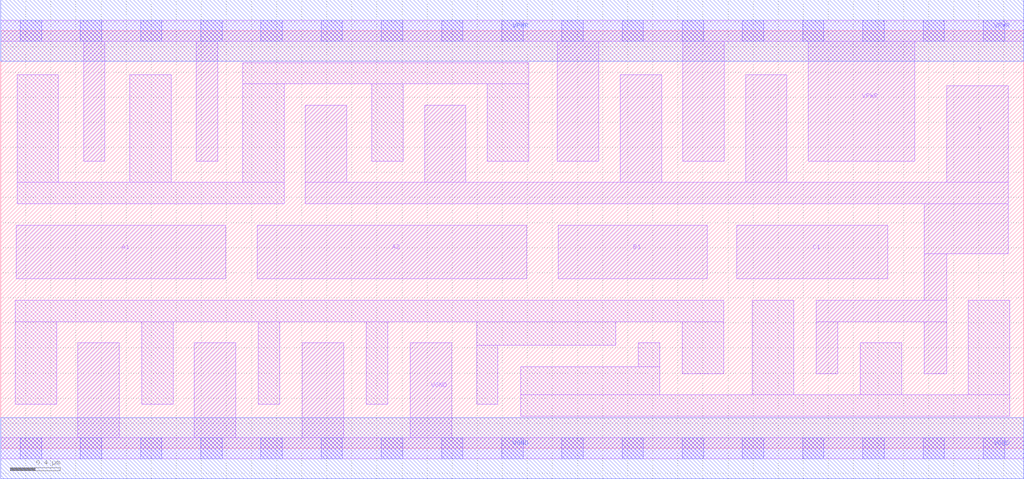
<source format=lef>
# Copyright 2020 The SkyWater PDK Authors
#
# Licensed under the Apache License, Version 2.0 (the "License");
# you may not use this file except in compliance with the License.
# You may obtain a copy of the License at
#
#     https://www.apache.org/licenses/LICENSE-2.0
#
# Unless required by applicable law or agreed to in writing, software
# distributed under the License is distributed on an "AS IS" BASIS,
# WITHOUT WARRANTIES OR CONDITIONS OF ANY KIND, either express or implied.
# See the License for the specific language governing permissions and
# limitations under the License.
#
# SPDX-License-Identifier: Apache-2.0

VERSION 5.7 ;
  NAMESCASESENSITIVE ON ;
  NOWIREEXTENSIONATPIN ON ;
  DIVIDERCHAR "/" ;
  BUSBITCHARS "[]" ;
UNITS
  DATABASE MICRONS 200 ;
END UNITS
MACRO sky130_fd_sc_ms__o211ai_4
  CLASS CORE ;
  SOURCE USER ;
  FOREIGN sky130_fd_sc_ms__o211ai_4 ;
  ORIGIN  0.000000  0.000000 ;
  SIZE  8.160000 BY  3.330000 ;
  SYMMETRY X Y ;
  SITE unit ;
  PIN A1
    ANTENNAGATEAREA  1.250400 ;
    DIRECTION INPUT ;
    USE SIGNAL ;
    PORT
      LAYER li1 ;
        RECT 0.125000 1.350000 1.795000 1.780000 ;
    END
  END A1
  PIN A2
    ANTENNAGATEAREA  1.250400 ;
    DIRECTION INPUT ;
    USE SIGNAL ;
    PORT
      LAYER li1 ;
        RECT 2.045000 1.350000 4.195000 1.780000 ;
    END
  END A2
  PIN B1
    ANTENNAGATEAREA  0.847200 ;
    DIRECTION INPUT ;
    USE SIGNAL ;
    PORT
      LAYER li1 ;
        RECT 4.445000 1.350000 5.635000 1.780000 ;
    END
  END B1
  PIN C1
    ANTENNAGATEAREA  0.847200 ;
    DIRECTION INPUT ;
    USE SIGNAL ;
    PORT
      LAYER li1 ;
        RECT 5.870000 1.350000 7.075000 1.780000 ;
    END
  END C1
  PIN Y
    ANTENNADIFFAREA  1.780800 ;
    DIRECTION OUTPUT ;
    USE SIGNAL ;
    PORT
      LAYER li1 ;
        RECT 2.430000 1.950000 8.035000 2.120000 ;
        RECT 2.430000 2.120000 2.760000 2.735000 ;
        RECT 3.380000 2.120000 3.710000 2.735000 ;
        RECT 4.940000 2.120000 5.270000 2.980000 ;
        RECT 5.940000 2.120000 6.270000 2.980000 ;
        RECT 6.505000 0.595000 6.675000 1.010000 ;
        RECT 6.505000 1.010000 7.545000 1.180000 ;
        RECT 7.365000 0.595000 7.545000 1.010000 ;
        RECT 7.365000 1.180000 7.545000 1.550000 ;
        RECT 7.365000 1.550000 8.035000 1.950000 ;
        RECT 7.545000 2.120000 8.035000 2.890000 ;
    END
  END Y
  PIN VGND
    DIRECTION INOUT ;
    USE GROUND ;
    PORT
      LAYER li1 ;
        RECT 0.000000 -0.085000 8.160000 0.085000 ;
        RECT 0.615000  0.085000 0.945000 0.840000 ;
        RECT 1.545000  0.085000 1.875000 0.840000 ;
        RECT 2.405000  0.085000 2.735000 0.840000 ;
        RECT 3.265000  0.085000 3.595000 0.840000 ;
      LAYER mcon ;
        RECT 0.155000 -0.085000 0.325000 0.085000 ;
        RECT 0.635000 -0.085000 0.805000 0.085000 ;
        RECT 1.115000 -0.085000 1.285000 0.085000 ;
        RECT 1.595000 -0.085000 1.765000 0.085000 ;
        RECT 2.075000 -0.085000 2.245000 0.085000 ;
        RECT 2.555000 -0.085000 2.725000 0.085000 ;
        RECT 3.035000 -0.085000 3.205000 0.085000 ;
        RECT 3.515000 -0.085000 3.685000 0.085000 ;
        RECT 3.995000 -0.085000 4.165000 0.085000 ;
        RECT 4.475000 -0.085000 4.645000 0.085000 ;
        RECT 4.955000 -0.085000 5.125000 0.085000 ;
        RECT 5.435000 -0.085000 5.605000 0.085000 ;
        RECT 5.915000 -0.085000 6.085000 0.085000 ;
        RECT 6.395000 -0.085000 6.565000 0.085000 ;
        RECT 6.875000 -0.085000 7.045000 0.085000 ;
        RECT 7.355000 -0.085000 7.525000 0.085000 ;
        RECT 7.835000 -0.085000 8.005000 0.085000 ;
      LAYER met1 ;
        RECT 0.000000 -0.245000 8.160000 0.245000 ;
    END
  END VGND
  PIN VPWR
    DIRECTION INOUT ;
    USE POWER ;
    PORT
      LAYER li1 ;
        RECT 0.000000 3.245000 8.160000 3.415000 ;
        RECT 0.660000 2.290000 0.830000 3.245000 ;
        RECT 1.560000 2.290000 1.730000 3.245000 ;
        RECT 4.440000 2.290000 4.770000 3.245000 ;
        RECT 5.440000 2.290000 5.770000 3.245000 ;
        RECT 6.440000 2.290000 7.290000 3.245000 ;
      LAYER mcon ;
        RECT 0.155000 3.245000 0.325000 3.415000 ;
        RECT 0.635000 3.245000 0.805000 3.415000 ;
        RECT 1.115000 3.245000 1.285000 3.415000 ;
        RECT 1.595000 3.245000 1.765000 3.415000 ;
        RECT 2.075000 3.245000 2.245000 3.415000 ;
        RECT 2.555000 3.245000 2.725000 3.415000 ;
        RECT 3.035000 3.245000 3.205000 3.415000 ;
        RECT 3.515000 3.245000 3.685000 3.415000 ;
        RECT 3.995000 3.245000 4.165000 3.415000 ;
        RECT 4.475000 3.245000 4.645000 3.415000 ;
        RECT 4.955000 3.245000 5.125000 3.415000 ;
        RECT 5.435000 3.245000 5.605000 3.415000 ;
        RECT 5.915000 3.245000 6.085000 3.415000 ;
        RECT 6.395000 3.245000 6.565000 3.415000 ;
        RECT 6.875000 3.245000 7.045000 3.415000 ;
        RECT 7.355000 3.245000 7.525000 3.415000 ;
        RECT 7.835000 3.245000 8.005000 3.415000 ;
      LAYER met1 ;
        RECT 0.000000 3.085000 8.160000 3.575000 ;
    END
  END VPWR
  OBS
    LAYER li1 ;
      RECT 0.115000 0.350000 0.445000 1.010000 ;
      RECT 0.115000 1.010000 5.765000 1.180000 ;
      RECT 0.130000 1.950000 2.260000 2.120000 ;
      RECT 0.130000 2.120000 0.460000 2.980000 ;
      RECT 1.030000 2.120000 1.360000 2.980000 ;
      RECT 1.125000 0.350000 1.375000 1.010000 ;
      RECT 1.930000 2.120000 2.260000 2.905000 ;
      RECT 1.930000 2.905000 4.210000 3.075000 ;
      RECT 2.055000 0.350000 2.225000 1.010000 ;
      RECT 2.915000 0.350000 3.085000 1.010000 ;
      RECT 2.960000 2.290000 3.210000 2.905000 ;
      RECT 3.795000 0.350000 3.965000 0.820000 ;
      RECT 3.795000 0.820000 4.905000 1.010000 ;
      RECT 3.880000 2.290000 4.210000 2.905000 ;
      RECT 4.145000 0.255000 8.045000 0.425000 ;
      RECT 4.145000 0.425000 5.255000 0.650000 ;
      RECT 5.085000 0.650000 5.255000 0.840000 ;
      RECT 5.435000 0.595000 5.765000 1.010000 ;
      RECT 5.995000 0.425000 6.325000 1.180000 ;
      RECT 6.855000 0.425000 7.185000 0.840000 ;
      RECT 7.715000 0.425000 8.045000 1.180000 ;
  END
END sky130_fd_sc_ms__o211ai_4

</source>
